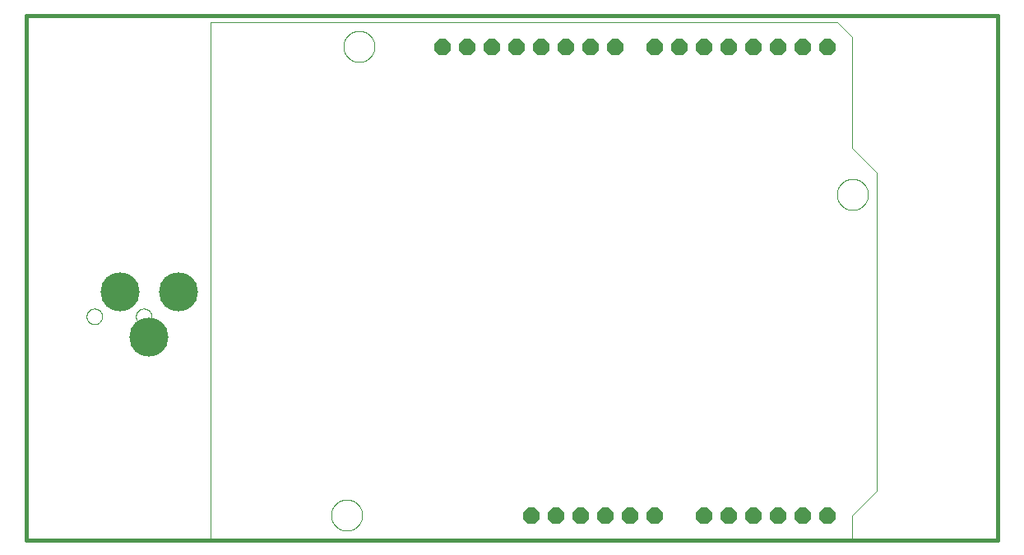
<source format=gbl>
G75*
%MOIN*%
%OFA0B0*%
%FSLAX25Y25*%
%IPPOS*%
%LPD*%
%AMOC8*
5,1,8,0,0,1.08239X$1,22.5*
%
%ADD10C,0.01600*%
%ADD11C,0.00000*%
%ADD12OC8,0.06600*%
%ADD13C,0.15800*%
D10*
X0001800Y0005000D02*
X0001800Y0217598D01*
X0395501Y0217598D01*
X0395501Y0005000D01*
X0001800Y0005000D01*
D11*
X0076603Y0005000D02*
X0076603Y0215000D01*
X0330603Y0215000D01*
X0336603Y0209000D01*
X0336603Y0164000D01*
X0346603Y0154000D01*
X0346603Y0025000D01*
X0336603Y0015000D01*
X0336603Y0005000D01*
X0076603Y0005000D01*
X0125304Y0015000D02*
X0125306Y0015158D01*
X0125312Y0015316D01*
X0125322Y0015474D01*
X0125336Y0015632D01*
X0125354Y0015789D01*
X0125375Y0015946D01*
X0125401Y0016102D01*
X0125431Y0016258D01*
X0125464Y0016413D01*
X0125502Y0016566D01*
X0125543Y0016719D01*
X0125588Y0016871D01*
X0125637Y0017022D01*
X0125690Y0017171D01*
X0125746Y0017319D01*
X0125806Y0017465D01*
X0125870Y0017610D01*
X0125938Y0017753D01*
X0126009Y0017895D01*
X0126083Y0018035D01*
X0126161Y0018172D01*
X0126243Y0018308D01*
X0126327Y0018442D01*
X0126416Y0018573D01*
X0126507Y0018702D01*
X0126602Y0018829D01*
X0126699Y0018954D01*
X0126800Y0019076D01*
X0126904Y0019195D01*
X0127011Y0019312D01*
X0127121Y0019426D01*
X0127234Y0019537D01*
X0127349Y0019646D01*
X0127467Y0019751D01*
X0127588Y0019853D01*
X0127711Y0019953D01*
X0127837Y0020049D01*
X0127965Y0020142D01*
X0128095Y0020232D01*
X0128228Y0020318D01*
X0128363Y0020402D01*
X0128499Y0020481D01*
X0128638Y0020558D01*
X0128779Y0020630D01*
X0128921Y0020700D01*
X0129065Y0020765D01*
X0129211Y0020827D01*
X0129358Y0020885D01*
X0129507Y0020940D01*
X0129657Y0020991D01*
X0129808Y0021038D01*
X0129960Y0021081D01*
X0130113Y0021120D01*
X0130268Y0021156D01*
X0130423Y0021187D01*
X0130579Y0021215D01*
X0130735Y0021239D01*
X0130892Y0021259D01*
X0131050Y0021275D01*
X0131207Y0021287D01*
X0131366Y0021295D01*
X0131524Y0021299D01*
X0131682Y0021299D01*
X0131840Y0021295D01*
X0131999Y0021287D01*
X0132156Y0021275D01*
X0132314Y0021259D01*
X0132471Y0021239D01*
X0132627Y0021215D01*
X0132783Y0021187D01*
X0132938Y0021156D01*
X0133093Y0021120D01*
X0133246Y0021081D01*
X0133398Y0021038D01*
X0133549Y0020991D01*
X0133699Y0020940D01*
X0133848Y0020885D01*
X0133995Y0020827D01*
X0134141Y0020765D01*
X0134285Y0020700D01*
X0134427Y0020630D01*
X0134568Y0020558D01*
X0134707Y0020481D01*
X0134843Y0020402D01*
X0134978Y0020318D01*
X0135111Y0020232D01*
X0135241Y0020142D01*
X0135369Y0020049D01*
X0135495Y0019953D01*
X0135618Y0019853D01*
X0135739Y0019751D01*
X0135857Y0019646D01*
X0135972Y0019537D01*
X0136085Y0019426D01*
X0136195Y0019312D01*
X0136302Y0019195D01*
X0136406Y0019076D01*
X0136507Y0018954D01*
X0136604Y0018829D01*
X0136699Y0018702D01*
X0136790Y0018573D01*
X0136879Y0018442D01*
X0136963Y0018308D01*
X0137045Y0018172D01*
X0137123Y0018035D01*
X0137197Y0017895D01*
X0137268Y0017753D01*
X0137336Y0017610D01*
X0137400Y0017465D01*
X0137460Y0017319D01*
X0137516Y0017171D01*
X0137569Y0017022D01*
X0137618Y0016871D01*
X0137663Y0016719D01*
X0137704Y0016566D01*
X0137742Y0016413D01*
X0137775Y0016258D01*
X0137805Y0016102D01*
X0137831Y0015946D01*
X0137852Y0015789D01*
X0137870Y0015632D01*
X0137884Y0015474D01*
X0137894Y0015316D01*
X0137900Y0015158D01*
X0137902Y0015000D01*
X0137900Y0014842D01*
X0137894Y0014684D01*
X0137884Y0014526D01*
X0137870Y0014368D01*
X0137852Y0014211D01*
X0137831Y0014054D01*
X0137805Y0013898D01*
X0137775Y0013742D01*
X0137742Y0013587D01*
X0137704Y0013434D01*
X0137663Y0013281D01*
X0137618Y0013129D01*
X0137569Y0012978D01*
X0137516Y0012829D01*
X0137460Y0012681D01*
X0137400Y0012535D01*
X0137336Y0012390D01*
X0137268Y0012247D01*
X0137197Y0012105D01*
X0137123Y0011965D01*
X0137045Y0011828D01*
X0136963Y0011692D01*
X0136879Y0011558D01*
X0136790Y0011427D01*
X0136699Y0011298D01*
X0136604Y0011171D01*
X0136507Y0011046D01*
X0136406Y0010924D01*
X0136302Y0010805D01*
X0136195Y0010688D01*
X0136085Y0010574D01*
X0135972Y0010463D01*
X0135857Y0010354D01*
X0135739Y0010249D01*
X0135618Y0010147D01*
X0135495Y0010047D01*
X0135369Y0009951D01*
X0135241Y0009858D01*
X0135111Y0009768D01*
X0134978Y0009682D01*
X0134843Y0009598D01*
X0134707Y0009519D01*
X0134568Y0009442D01*
X0134427Y0009370D01*
X0134285Y0009300D01*
X0134141Y0009235D01*
X0133995Y0009173D01*
X0133848Y0009115D01*
X0133699Y0009060D01*
X0133549Y0009009D01*
X0133398Y0008962D01*
X0133246Y0008919D01*
X0133093Y0008880D01*
X0132938Y0008844D01*
X0132783Y0008813D01*
X0132627Y0008785D01*
X0132471Y0008761D01*
X0132314Y0008741D01*
X0132156Y0008725D01*
X0131999Y0008713D01*
X0131840Y0008705D01*
X0131682Y0008701D01*
X0131524Y0008701D01*
X0131366Y0008705D01*
X0131207Y0008713D01*
X0131050Y0008725D01*
X0130892Y0008741D01*
X0130735Y0008761D01*
X0130579Y0008785D01*
X0130423Y0008813D01*
X0130268Y0008844D01*
X0130113Y0008880D01*
X0129960Y0008919D01*
X0129808Y0008962D01*
X0129657Y0009009D01*
X0129507Y0009060D01*
X0129358Y0009115D01*
X0129211Y0009173D01*
X0129065Y0009235D01*
X0128921Y0009300D01*
X0128779Y0009370D01*
X0128638Y0009442D01*
X0128499Y0009519D01*
X0128363Y0009598D01*
X0128228Y0009682D01*
X0128095Y0009768D01*
X0127965Y0009858D01*
X0127837Y0009951D01*
X0127711Y0010047D01*
X0127588Y0010147D01*
X0127467Y0010249D01*
X0127349Y0010354D01*
X0127234Y0010463D01*
X0127121Y0010574D01*
X0127011Y0010688D01*
X0126904Y0010805D01*
X0126800Y0010924D01*
X0126699Y0011046D01*
X0126602Y0011171D01*
X0126507Y0011298D01*
X0126416Y0011427D01*
X0126327Y0011558D01*
X0126243Y0011692D01*
X0126161Y0011828D01*
X0126083Y0011965D01*
X0126009Y0012105D01*
X0125938Y0012247D01*
X0125870Y0012390D01*
X0125806Y0012535D01*
X0125746Y0012681D01*
X0125690Y0012829D01*
X0125637Y0012978D01*
X0125588Y0013129D01*
X0125543Y0013281D01*
X0125502Y0013434D01*
X0125464Y0013587D01*
X0125431Y0013742D01*
X0125401Y0013898D01*
X0125375Y0014054D01*
X0125354Y0014211D01*
X0125336Y0014368D01*
X0125322Y0014526D01*
X0125312Y0014684D01*
X0125306Y0014842D01*
X0125304Y0015000D01*
X0046209Y0095551D02*
X0046211Y0095663D01*
X0046217Y0095774D01*
X0046227Y0095886D01*
X0046241Y0095997D01*
X0046258Y0096107D01*
X0046280Y0096217D01*
X0046306Y0096326D01*
X0046335Y0096434D01*
X0046368Y0096540D01*
X0046405Y0096646D01*
X0046446Y0096750D01*
X0046491Y0096853D01*
X0046539Y0096954D01*
X0046590Y0097053D01*
X0046645Y0097150D01*
X0046704Y0097245D01*
X0046765Y0097339D01*
X0046830Y0097430D01*
X0046899Y0097518D01*
X0046970Y0097604D01*
X0047044Y0097688D01*
X0047122Y0097768D01*
X0047202Y0097846D01*
X0047285Y0097922D01*
X0047370Y0097994D01*
X0047458Y0098063D01*
X0047548Y0098129D01*
X0047641Y0098191D01*
X0047736Y0098251D01*
X0047833Y0098307D01*
X0047931Y0098359D01*
X0048032Y0098408D01*
X0048134Y0098453D01*
X0048238Y0098495D01*
X0048343Y0098533D01*
X0048450Y0098567D01*
X0048557Y0098597D01*
X0048666Y0098624D01*
X0048775Y0098646D01*
X0048886Y0098665D01*
X0048996Y0098680D01*
X0049108Y0098691D01*
X0049219Y0098698D01*
X0049331Y0098701D01*
X0049443Y0098700D01*
X0049555Y0098695D01*
X0049666Y0098686D01*
X0049777Y0098673D01*
X0049888Y0098656D01*
X0049998Y0098636D01*
X0050107Y0098611D01*
X0050215Y0098583D01*
X0050322Y0098550D01*
X0050428Y0098514D01*
X0050532Y0098474D01*
X0050635Y0098431D01*
X0050737Y0098384D01*
X0050836Y0098333D01*
X0050934Y0098279D01*
X0051030Y0098221D01*
X0051124Y0098160D01*
X0051215Y0098096D01*
X0051304Y0098029D01*
X0051391Y0097958D01*
X0051475Y0097884D01*
X0051557Y0097808D01*
X0051635Y0097728D01*
X0051711Y0097646D01*
X0051784Y0097561D01*
X0051854Y0097474D01*
X0051920Y0097384D01*
X0051984Y0097292D01*
X0052044Y0097198D01*
X0052101Y0097102D01*
X0052154Y0097003D01*
X0052204Y0096903D01*
X0052250Y0096802D01*
X0052293Y0096698D01*
X0052332Y0096593D01*
X0052367Y0096487D01*
X0052398Y0096380D01*
X0052426Y0096271D01*
X0052449Y0096162D01*
X0052469Y0096052D01*
X0052485Y0095941D01*
X0052497Y0095830D01*
X0052505Y0095719D01*
X0052509Y0095607D01*
X0052509Y0095495D01*
X0052505Y0095383D01*
X0052497Y0095272D01*
X0052485Y0095161D01*
X0052469Y0095050D01*
X0052449Y0094940D01*
X0052426Y0094831D01*
X0052398Y0094722D01*
X0052367Y0094615D01*
X0052332Y0094509D01*
X0052293Y0094404D01*
X0052250Y0094300D01*
X0052204Y0094199D01*
X0052154Y0094099D01*
X0052101Y0094000D01*
X0052044Y0093904D01*
X0051984Y0093810D01*
X0051920Y0093718D01*
X0051854Y0093628D01*
X0051784Y0093541D01*
X0051711Y0093456D01*
X0051635Y0093374D01*
X0051557Y0093294D01*
X0051475Y0093218D01*
X0051391Y0093144D01*
X0051304Y0093073D01*
X0051215Y0093006D01*
X0051124Y0092942D01*
X0051030Y0092881D01*
X0050934Y0092823D01*
X0050836Y0092769D01*
X0050737Y0092718D01*
X0050635Y0092671D01*
X0050532Y0092628D01*
X0050428Y0092588D01*
X0050322Y0092552D01*
X0050215Y0092519D01*
X0050107Y0092491D01*
X0049998Y0092466D01*
X0049888Y0092446D01*
X0049777Y0092429D01*
X0049666Y0092416D01*
X0049555Y0092407D01*
X0049443Y0092402D01*
X0049331Y0092401D01*
X0049219Y0092404D01*
X0049108Y0092411D01*
X0048996Y0092422D01*
X0048886Y0092437D01*
X0048775Y0092456D01*
X0048666Y0092478D01*
X0048557Y0092505D01*
X0048450Y0092535D01*
X0048343Y0092569D01*
X0048238Y0092607D01*
X0048134Y0092649D01*
X0048032Y0092694D01*
X0047931Y0092743D01*
X0047833Y0092795D01*
X0047736Y0092851D01*
X0047641Y0092911D01*
X0047548Y0092973D01*
X0047458Y0093039D01*
X0047370Y0093108D01*
X0047285Y0093180D01*
X0047202Y0093256D01*
X0047122Y0093334D01*
X0047044Y0093414D01*
X0046970Y0093498D01*
X0046899Y0093584D01*
X0046830Y0093672D01*
X0046765Y0093763D01*
X0046704Y0093857D01*
X0046645Y0093952D01*
X0046590Y0094049D01*
X0046539Y0094148D01*
X0046491Y0094249D01*
X0046446Y0094352D01*
X0046405Y0094456D01*
X0046368Y0094562D01*
X0046335Y0094668D01*
X0046306Y0094776D01*
X0046280Y0094885D01*
X0046258Y0094995D01*
X0046241Y0095105D01*
X0046227Y0095216D01*
X0046217Y0095328D01*
X0046211Y0095439D01*
X0046209Y0095551D01*
X0026209Y0095551D02*
X0026211Y0095663D01*
X0026217Y0095774D01*
X0026227Y0095886D01*
X0026241Y0095997D01*
X0026258Y0096107D01*
X0026280Y0096217D01*
X0026306Y0096326D01*
X0026335Y0096434D01*
X0026368Y0096540D01*
X0026405Y0096646D01*
X0026446Y0096750D01*
X0026491Y0096853D01*
X0026539Y0096954D01*
X0026590Y0097053D01*
X0026645Y0097150D01*
X0026704Y0097245D01*
X0026765Y0097339D01*
X0026830Y0097430D01*
X0026899Y0097518D01*
X0026970Y0097604D01*
X0027044Y0097688D01*
X0027122Y0097768D01*
X0027202Y0097846D01*
X0027285Y0097922D01*
X0027370Y0097994D01*
X0027458Y0098063D01*
X0027548Y0098129D01*
X0027641Y0098191D01*
X0027736Y0098251D01*
X0027833Y0098307D01*
X0027931Y0098359D01*
X0028032Y0098408D01*
X0028134Y0098453D01*
X0028238Y0098495D01*
X0028343Y0098533D01*
X0028450Y0098567D01*
X0028557Y0098597D01*
X0028666Y0098624D01*
X0028775Y0098646D01*
X0028886Y0098665D01*
X0028996Y0098680D01*
X0029108Y0098691D01*
X0029219Y0098698D01*
X0029331Y0098701D01*
X0029443Y0098700D01*
X0029555Y0098695D01*
X0029666Y0098686D01*
X0029777Y0098673D01*
X0029888Y0098656D01*
X0029998Y0098636D01*
X0030107Y0098611D01*
X0030215Y0098583D01*
X0030322Y0098550D01*
X0030428Y0098514D01*
X0030532Y0098474D01*
X0030635Y0098431D01*
X0030737Y0098384D01*
X0030836Y0098333D01*
X0030934Y0098279D01*
X0031030Y0098221D01*
X0031124Y0098160D01*
X0031215Y0098096D01*
X0031304Y0098029D01*
X0031391Y0097958D01*
X0031475Y0097884D01*
X0031557Y0097808D01*
X0031635Y0097728D01*
X0031711Y0097646D01*
X0031784Y0097561D01*
X0031854Y0097474D01*
X0031920Y0097384D01*
X0031984Y0097292D01*
X0032044Y0097198D01*
X0032101Y0097102D01*
X0032154Y0097003D01*
X0032204Y0096903D01*
X0032250Y0096802D01*
X0032293Y0096698D01*
X0032332Y0096593D01*
X0032367Y0096487D01*
X0032398Y0096380D01*
X0032426Y0096271D01*
X0032449Y0096162D01*
X0032469Y0096052D01*
X0032485Y0095941D01*
X0032497Y0095830D01*
X0032505Y0095719D01*
X0032509Y0095607D01*
X0032509Y0095495D01*
X0032505Y0095383D01*
X0032497Y0095272D01*
X0032485Y0095161D01*
X0032469Y0095050D01*
X0032449Y0094940D01*
X0032426Y0094831D01*
X0032398Y0094722D01*
X0032367Y0094615D01*
X0032332Y0094509D01*
X0032293Y0094404D01*
X0032250Y0094300D01*
X0032204Y0094199D01*
X0032154Y0094099D01*
X0032101Y0094000D01*
X0032044Y0093904D01*
X0031984Y0093810D01*
X0031920Y0093718D01*
X0031854Y0093628D01*
X0031784Y0093541D01*
X0031711Y0093456D01*
X0031635Y0093374D01*
X0031557Y0093294D01*
X0031475Y0093218D01*
X0031391Y0093144D01*
X0031304Y0093073D01*
X0031215Y0093006D01*
X0031124Y0092942D01*
X0031030Y0092881D01*
X0030934Y0092823D01*
X0030836Y0092769D01*
X0030737Y0092718D01*
X0030635Y0092671D01*
X0030532Y0092628D01*
X0030428Y0092588D01*
X0030322Y0092552D01*
X0030215Y0092519D01*
X0030107Y0092491D01*
X0029998Y0092466D01*
X0029888Y0092446D01*
X0029777Y0092429D01*
X0029666Y0092416D01*
X0029555Y0092407D01*
X0029443Y0092402D01*
X0029331Y0092401D01*
X0029219Y0092404D01*
X0029108Y0092411D01*
X0028996Y0092422D01*
X0028886Y0092437D01*
X0028775Y0092456D01*
X0028666Y0092478D01*
X0028557Y0092505D01*
X0028450Y0092535D01*
X0028343Y0092569D01*
X0028238Y0092607D01*
X0028134Y0092649D01*
X0028032Y0092694D01*
X0027931Y0092743D01*
X0027833Y0092795D01*
X0027736Y0092851D01*
X0027641Y0092911D01*
X0027548Y0092973D01*
X0027458Y0093039D01*
X0027370Y0093108D01*
X0027285Y0093180D01*
X0027202Y0093256D01*
X0027122Y0093334D01*
X0027044Y0093414D01*
X0026970Y0093498D01*
X0026899Y0093584D01*
X0026830Y0093672D01*
X0026765Y0093763D01*
X0026704Y0093857D01*
X0026645Y0093952D01*
X0026590Y0094049D01*
X0026539Y0094148D01*
X0026491Y0094249D01*
X0026446Y0094352D01*
X0026405Y0094456D01*
X0026368Y0094562D01*
X0026335Y0094668D01*
X0026306Y0094776D01*
X0026280Y0094885D01*
X0026258Y0094995D01*
X0026241Y0095105D01*
X0026227Y0095216D01*
X0026217Y0095328D01*
X0026211Y0095439D01*
X0026209Y0095551D01*
X0130304Y0205000D02*
X0130306Y0205158D01*
X0130312Y0205316D01*
X0130322Y0205474D01*
X0130336Y0205632D01*
X0130354Y0205789D01*
X0130375Y0205946D01*
X0130401Y0206102D01*
X0130431Y0206258D01*
X0130464Y0206413D01*
X0130502Y0206566D01*
X0130543Y0206719D01*
X0130588Y0206871D01*
X0130637Y0207022D01*
X0130690Y0207171D01*
X0130746Y0207319D01*
X0130806Y0207465D01*
X0130870Y0207610D01*
X0130938Y0207753D01*
X0131009Y0207895D01*
X0131083Y0208035D01*
X0131161Y0208172D01*
X0131243Y0208308D01*
X0131327Y0208442D01*
X0131416Y0208573D01*
X0131507Y0208702D01*
X0131602Y0208829D01*
X0131699Y0208954D01*
X0131800Y0209076D01*
X0131904Y0209195D01*
X0132011Y0209312D01*
X0132121Y0209426D01*
X0132234Y0209537D01*
X0132349Y0209646D01*
X0132467Y0209751D01*
X0132588Y0209853D01*
X0132711Y0209953D01*
X0132837Y0210049D01*
X0132965Y0210142D01*
X0133095Y0210232D01*
X0133228Y0210318D01*
X0133363Y0210402D01*
X0133499Y0210481D01*
X0133638Y0210558D01*
X0133779Y0210630D01*
X0133921Y0210700D01*
X0134065Y0210765D01*
X0134211Y0210827D01*
X0134358Y0210885D01*
X0134507Y0210940D01*
X0134657Y0210991D01*
X0134808Y0211038D01*
X0134960Y0211081D01*
X0135113Y0211120D01*
X0135268Y0211156D01*
X0135423Y0211187D01*
X0135579Y0211215D01*
X0135735Y0211239D01*
X0135892Y0211259D01*
X0136050Y0211275D01*
X0136207Y0211287D01*
X0136366Y0211295D01*
X0136524Y0211299D01*
X0136682Y0211299D01*
X0136840Y0211295D01*
X0136999Y0211287D01*
X0137156Y0211275D01*
X0137314Y0211259D01*
X0137471Y0211239D01*
X0137627Y0211215D01*
X0137783Y0211187D01*
X0137938Y0211156D01*
X0138093Y0211120D01*
X0138246Y0211081D01*
X0138398Y0211038D01*
X0138549Y0210991D01*
X0138699Y0210940D01*
X0138848Y0210885D01*
X0138995Y0210827D01*
X0139141Y0210765D01*
X0139285Y0210700D01*
X0139427Y0210630D01*
X0139568Y0210558D01*
X0139707Y0210481D01*
X0139843Y0210402D01*
X0139978Y0210318D01*
X0140111Y0210232D01*
X0140241Y0210142D01*
X0140369Y0210049D01*
X0140495Y0209953D01*
X0140618Y0209853D01*
X0140739Y0209751D01*
X0140857Y0209646D01*
X0140972Y0209537D01*
X0141085Y0209426D01*
X0141195Y0209312D01*
X0141302Y0209195D01*
X0141406Y0209076D01*
X0141507Y0208954D01*
X0141604Y0208829D01*
X0141699Y0208702D01*
X0141790Y0208573D01*
X0141879Y0208442D01*
X0141963Y0208308D01*
X0142045Y0208172D01*
X0142123Y0208035D01*
X0142197Y0207895D01*
X0142268Y0207753D01*
X0142336Y0207610D01*
X0142400Y0207465D01*
X0142460Y0207319D01*
X0142516Y0207171D01*
X0142569Y0207022D01*
X0142618Y0206871D01*
X0142663Y0206719D01*
X0142704Y0206566D01*
X0142742Y0206413D01*
X0142775Y0206258D01*
X0142805Y0206102D01*
X0142831Y0205946D01*
X0142852Y0205789D01*
X0142870Y0205632D01*
X0142884Y0205474D01*
X0142894Y0205316D01*
X0142900Y0205158D01*
X0142902Y0205000D01*
X0142900Y0204842D01*
X0142894Y0204684D01*
X0142884Y0204526D01*
X0142870Y0204368D01*
X0142852Y0204211D01*
X0142831Y0204054D01*
X0142805Y0203898D01*
X0142775Y0203742D01*
X0142742Y0203587D01*
X0142704Y0203434D01*
X0142663Y0203281D01*
X0142618Y0203129D01*
X0142569Y0202978D01*
X0142516Y0202829D01*
X0142460Y0202681D01*
X0142400Y0202535D01*
X0142336Y0202390D01*
X0142268Y0202247D01*
X0142197Y0202105D01*
X0142123Y0201965D01*
X0142045Y0201828D01*
X0141963Y0201692D01*
X0141879Y0201558D01*
X0141790Y0201427D01*
X0141699Y0201298D01*
X0141604Y0201171D01*
X0141507Y0201046D01*
X0141406Y0200924D01*
X0141302Y0200805D01*
X0141195Y0200688D01*
X0141085Y0200574D01*
X0140972Y0200463D01*
X0140857Y0200354D01*
X0140739Y0200249D01*
X0140618Y0200147D01*
X0140495Y0200047D01*
X0140369Y0199951D01*
X0140241Y0199858D01*
X0140111Y0199768D01*
X0139978Y0199682D01*
X0139843Y0199598D01*
X0139707Y0199519D01*
X0139568Y0199442D01*
X0139427Y0199370D01*
X0139285Y0199300D01*
X0139141Y0199235D01*
X0138995Y0199173D01*
X0138848Y0199115D01*
X0138699Y0199060D01*
X0138549Y0199009D01*
X0138398Y0198962D01*
X0138246Y0198919D01*
X0138093Y0198880D01*
X0137938Y0198844D01*
X0137783Y0198813D01*
X0137627Y0198785D01*
X0137471Y0198761D01*
X0137314Y0198741D01*
X0137156Y0198725D01*
X0136999Y0198713D01*
X0136840Y0198705D01*
X0136682Y0198701D01*
X0136524Y0198701D01*
X0136366Y0198705D01*
X0136207Y0198713D01*
X0136050Y0198725D01*
X0135892Y0198741D01*
X0135735Y0198761D01*
X0135579Y0198785D01*
X0135423Y0198813D01*
X0135268Y0198844D01*
X0135113Y0198880D01*
X0134960Y0198919D01*
X0134808Y0198962D01*
X0134657Y0199009D01*
X0134507Y0199060D01*
X0134358Y0199115D01*
X0134211Y0199173D01*
X0134065Y0199235D01*
X0133921Y0199300D01*
X0133779Y0199370D01*
X0133638Y0199442D01*
X0133499Y0199519D01*
X0133363Y0199598D01*
X0133228Y0199682D01*
X0133095Y0199768D01*
X0132965Y0199858D01*
X0132837Y0199951D01*
X0132711Y0200047D01*
X0132588Y0200147D01*
X0132467Y0200249D01*
X0132349Y0200354D01*
X0132234Y0200463D01*
X0132121Y0200574D01*
X0132011Y0200688D01*
X0131904Y0200805D01*
X0131800Y0200924D01*
X0131699Y0201046D01*
X0131602Y0201171D01*
X0131507Y0201298D01*
X0131416Y0201427D01*
X0131327Y0201558D01*
X0131243Y0201692D01*
X0131161Y0201828D01*
X0131083Y0201965D01*
X0131009Y0202105D01*
X0130938Y0202247D01*
X0130870Y0202390D01*
X0130806Y0202535D01*
X0130746Y0202681D01*
X0130690Y0202829D01*
X0130637Y0202978D01*
X0130588Y0203129D01*
X0130543Y0203281D01*
X0130502Y0203434D01*
X0130464Y0203587D01*
X0130431Y0203742D01*
X0130401Y0203898D01*
X0130375Y0204054D01*
X0130354Y0204211D01*
X0130336Y0204368D01*
X0130322Y0204526D01*
X0130312Y0204684D01*
X0130306Y0204842D01*
X0130304Y0205000D01*
X0330304Y0145000D02*
X0330306Y0145158D01*
X0330312Y0145316D01*
X0330322Y0145474D01*
X0330336Y0145632D01*
X0330354Y0145789D01*
X0330375Y0145946D01*
X0330401Y0146102D01*
X0330431Y0146258D01*
X0330464Y0146413D01*
X0330502Y0146566D01*
X0330543Y0146719D01*
X0330588Y0146871D01*
X0330637Y0147022D01*
X0330690Y0147171D01*
X0330746Y0147319D01*
X0330806Y0147465D01*
X0330870Y0147610D01*
X0330938Y0147753D01*
X0331009Y0147895D01*
X0331083Y0148035D01*
X0331161Y0148172D01*
X0331243Y0148308D01*
X0331327Y0148442D01*
X0331416Y0148573D01*
X0331507Y0148702D01*
X0331602Y0148829D01*
X0331699Y0148954D01*
X0331800Y0149076D01*
X0331904Y0149195D01*
X0332011Y0149312D01*
X0332121Y0149426D01*
X0332234Y0149537D01*
X0332349Y0149646D01*
X0332467Y0149751D01*
X0332588Y0149853D01*
X0332711Y0149953D01*
X0332837Y0150049D01*
X0332965Y0150142D01*
X0333095Y0150232D01*
X0333228Y0150318D01*
X0333363Y0150402D01*
X0333499Y0150481D01*
X0333638Y0150558D01*
X0333779Y0150630D01*
X0333921Y0150700D01*
X0334065Y0150765D01*
X0334211Y0150827D01*
X0334358Y0150885D01*
X0334507Y0150940D01*
X0334657Y0150991D01*
X0334808Y0151038D01*
X0334960Y0151081D01*
X0335113Y0151120D01*
X0335268Y0151156D01*
X0335423Y0151187D01*
X0335579Y0151215D01*
X0335735Y0151239D01*
X0335892Y0151259D01*
X0336050Y0151275D01*
X0336207Y0151287D01*
X0336366Y0151295D01*
X0336524Y0151299D01*
X0336682Y0151299D01*
X0336840Y0151295D01*
X0336999Y0151287D01*
X0337156Y0151275D01*
X0337314Y0151259D01*
X0337471Y0151239D01*
X0337627Y0151215D01*
X0337783Y0151187D01*
X0337938Y0151156D01*
X0338093Y0151120D01*
X0338246Y0151081D01*
X0338398Y0151038D01*
X0338549Y0150991D01*
X0338699Y0150940D01*
X0338848Y0150885D01*
X0338995Y0150827D01*
X0339141Y0150765D01*
X0339285Y0150700D01*
X0339427Y0150630D01*
X0339568Y0150558D01*
X0339707Y0150481D01*
X0339843Y0150402D01*
X0339978Y0150318D01*
X0340111Y0150232D01*
X0340241Y0150142D01*
X0340369Y0150049D01*
X0340495Y0149953D01*
X0340618Y0149853D01*
X0340739Y0149751D01*
X0340857Y0149646D01*
X0340972Y0149537D01*
X0341085Y0149426D01*
X0341195Y0149312D01*
X0341302Y0149195D01*
X0341406Y0149076D01*
X0341507Y0148954D01*
X0341604Y0148829D01*
X0341699Y0148702D01*
X0341790Y0148573D01*
X0341879Y0148442D01*
X0341963Y0148308D01*
X0342045Y0148172D01*
X0342123Y0148035D01*
X0342197Y0147895D01*
X0342268Y0147753D01*
X0342336Y0147610D01*
X0342400Y0147465D01*
X0342460Y0147319D01*
X0342516Y0147171D01*
X0342569Y0147022D01*
X0342618Y0146871D01*
X0342663Y0146719D01*
X0342704Y0146566D01*
X0342742Y0146413D01*
X0342775Y0146258D01*
X0342805Y0146102D01*
X0342831Y0145946D01*
X0342852Y0145789D01*
X0342870Y0145632D01*
X0342884Y0145474D01*
X0342894Y0145316D01*
X0342900Y0145158D01*
X0342902Y0145000D01*
X0342900Y0144842D01*
X0342894Y0144684D01*
X0342884Y0144526D01*
X0342870Y0144368D01*
X0342852Y0144211D01*
X0342831Y0144054D01*
X0342805Y0143898D01*
X0342775Y0143742D01*
X0342742Y0143587D01*
X0342704Y0143434D01*
X0342663Y0143281D01*
X0342618Y0143129D01*
X0342569Y0142978D01*
X0342516Y0142829D01*
X0342460Y0142681D01*
X0342400Y0142535D01*
X0342336Y0142390D01*
X0342268Y0142247D01*
X0342197Y0142105D01*
X0342123Y0141965D01*
X0342045Y0141828D01*
X0341963Y0141692D01*
X0341879Y0141558D01*
X0341790Y0141427D01*
X0341699Y0141298D01*
X0341604Y0141171D01*
X0341507Y0141046D01*
X0341406Y0140924D01*
X0341302Y0140805D01*
X0341195Y0140688D01*
X0341085Y0140574D01*
X0340972Y0140463D01*
X0340857Y0140354D01*
X0340739Y0140249D01*
X0340618Y0140147D01*
X0340495Y0140047D01*
X0340369Y0139951D01*
X0340241Y0139858D01*
X0340111Y0139768D01*
X0339978Y0139682D01*
X0339843Y0139598D01*
X0339707Y0139519D01*
X0339568Y0139442D01*
X0339427Y0139370D01*
X0339285Y0139300D01*
X0339141Y0139235D01*
X0338995Y0139173D01*
X0338848Y0139115D01*
X0338699Y0139060D01*
X0338549Y0139009D01*
X0338398Y0138962D01*
X0338246Y0138919D01*
X0338093Y0138880D01*
X0337938Y0138844D01*
X0337783Y0138813D01*
X0337627Y0138785D01*
X0337471Y0138761D01*
X0337314Y0138741D01*
X0337156Y0138725D01*
X0336999Y0138713D01*
X0336840Y0138705D01*
X0336682Y0138701D01*
X0336524Y0138701D01*
X0336366Y0138705D01*
X0336207Y0138713D01*
X0336050Y0138725D01*
X0335892Y0138741D01*
X0335735Y0138761D01*
X0335579Y0138785D01*
X0335423Y0138813D01*
X0335268Y0138844D01*
X0335113Y0138880D01*
X0334960Y0138919D01*
X0334808Y0138962D01*
X0334657Y0139009D01*
X0334507Y0139060D01*
X0334358Y0139115D01*
X0334211Y0139173D01*
X0334065Y0139235D01*
X0333921Y0139300D01*
X0333779Y0139370D01*
X0333638Y0139442D01*
X0333499Y0139519D01*
X0333363Y0139598D01*
X0333228Y0139682D01*
X0333095Y0139768D01*
X0332965Y0139858D01*
X0332837Y0139951D01*
X0332711Y0140047D01*
X0332588Y0140147D01*
X0332467Y0140249D01*
X0332349Y0140354D01*
X0332234Y0140463D01*
X0332121Y0140574D01*
X0332011Y0140688D01*
X0331904Y0140805D01*
X0331800Y0140924D01*
X0331699Y0141046D01*
X0331602Y0141171D01*
X0331507Y0141298D01*
X0331416Y0141427D01*
X0331327Y0141558D01*
X0331243Y0141692D01*
X0331161Y0141828D01*
X0331083Y0141965D01*
X0331009Y0142105D01*
X0330938Y0142247D01*
X0330870Y0142390D01*
X0330806Y0142535D01*
X0330746Y0142681D01*
X0330690Y0142829D01*
X0330637Y0142978D01*
X0330588Y0143129D01*
X0330543Y0143281D01*
X0330502Y0143434D01*
X0330464Y0143587D01*
X0330431Y0143742D01*
X0330401Y0143898D01*
X0330375Y0144054D01*
X0330354Y0144211D01*
X0330336Y0144368D01*
X0330322Y0144526D01*
X0330312Y0144684D01*
X0330306Y0144842D01*
X0330304Y0145000D01*
D12*
X0326603Y0205000D03*
X0316603Y0205000D03*
X0306603Y0205000D03*
X0296603Y0205000D03*
X0286603Y0205000D03*
X0276603Y0205000D03*
X0266603Y0205000D03*
X0256603Y0205000D03*
X0240603Y0205000D03*
X0230603Y0205000D03*
X0220603Y0205000D03*
X0210603Y0205000D03*
X0200603Y0205000D03*
X0190603Y0205000D03*
X0180603Y0205000D03*
X0170603Y0205000D03*
X0206603Y0015000D03*
X0216603Y0015000D03*
X0226603Y0015000D03*
X0236603Y0015000D03*
X0246603Y0015000D03*
X0256603Y0015000D03*
X0276603Y0015000D03*
X0286603Y0015000D03*
X0296603Y0015000D03*
X0306603Y0015000D03*
X0316603Y0015000D03*
X0326603Y0015000D03*
D13*
X0063296Y0105551D03*
X0039674Y0105551D03*
X0051485Y0087047D03*
M02*

</source>
